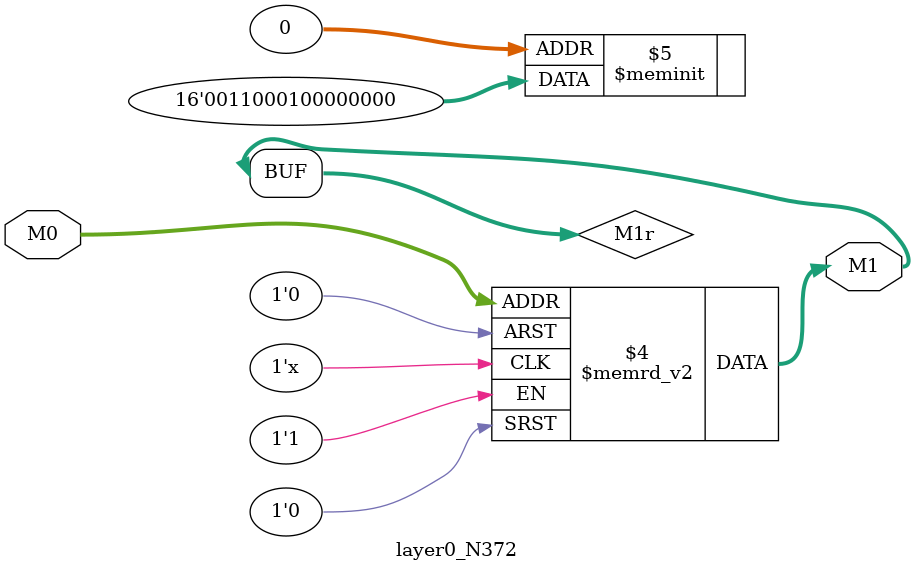
<source format=v>
module layer0_N372 ( input [2:0] M0, output [1:0] M1 );

	(*rom_style = "distributed" *) reg [1:0] M1r;
	assign M1 = M1r;
	always @ (M0) begin
		case (M0)
			3'b000: M1r = 2'b00;
			3'b100: M1r = 2'b01;
			3'b010: M1r = 2'b00;
			3'b110: M1r = 2'b11;
			3'b001: M1r = 2'b00;
			3'b101: M1r = 2'b00;
			3'b011: M1r = 2'b00;
			3'b111: M1r = 2'b00;

		endcase
	end
endmodule

</source>
